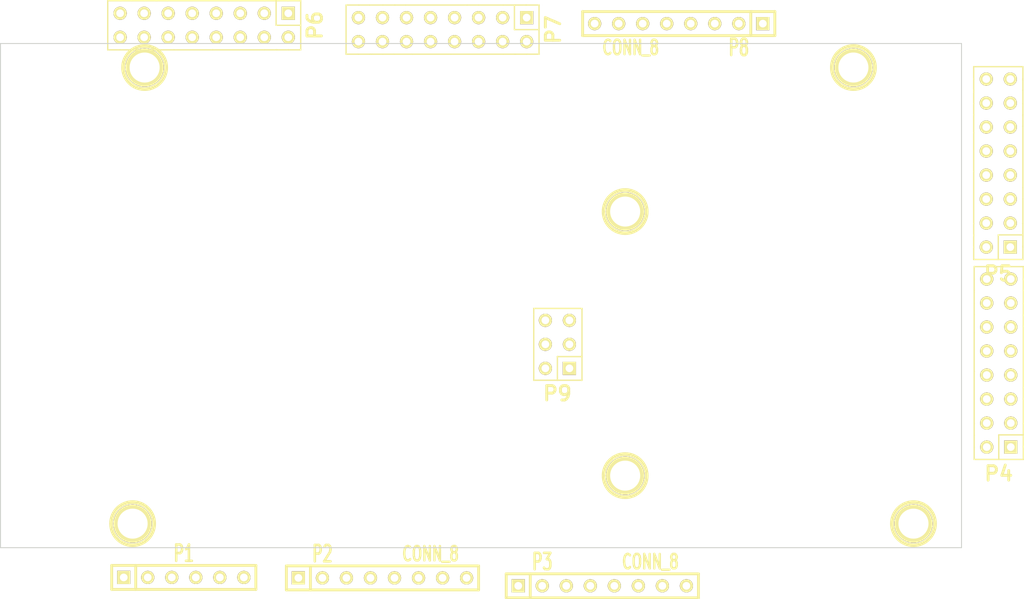
<source format=kicad_pcb>
(kicad_pcb (version 3) (host pcbnew "(2013-06-11 BZR 4021)-stable")

  (general
    (links 0)
    (no_connects 0)
    (area 180.010599 165.507199 281.710601 216.407201)
    (thickness 1.6)
    (drawings 4)
    (tracks 0)
    (zones 0)
    (modules 15)
    (nets 1)
  )

  (page A3)
  (layers
    (15 F.Cu signal)
    (0 B.Cu signal)
    (16 B.Adhes user)
    (17 F.Adhes user)
    (18 B.Paste user)
    (19 F.Paste user)
    (20 B.SilkS user)
    (21 F.SilkS user)
    (22 B.Mask user)
    (23 F.Mask user)
    (24 Dwgs.User user)
    (25 Cmts.User user)
    (26 Eco1.User user)
    (27 Eco2.User user)
    (28 Edge.Cuts user)
  )

  (setup
    (last_trace_width 0.254)
    (trace_clearance 0.254)
    (zone_clearance 0.508)
    (zone_45_only no)
    (trace_min 0.254)
    (segment_width 0.2)
    (edge_width 0.1)
    (via_size 0.889)
    (via_drill 0.635)
    (via_min_size 0.889)
    (via_min_drill 0.508)
    (uvia_size 0.508)
    (uvia_drill 0.127)
    (uvias_allowed no)
    (uvia_min_size 0.508)
    (uvia_min_drill 0.127)
    (pcb_text_width 0.3)
    (pcb_text_size 1.5 1.5)
    (mod_edge_width 0.15)
    (mod_text_size 1 1)
    (mod_text_width 0.15)
    (pad_size 4.064 4.064)
    (pad_drill 3.175)
    (pad_to_mask_clearance 0)
    (aux_axis_origin 0 0)
    (visible_elements FFFFFFBF)
    (pcbplotparams
      (layerselection 3178497)
      (usegerberextensions true)
      (excludeedgelayer true)
      (linewidth 0.150000)
      (plotframeref false)
      (viasonmask false)
      (mode 1)
      (useauxorigin false)
      (hpglpennumber 1)
      (hpglpenspeed 20)
      (hpglpendiameter 15)
      (hpglpenoverlay 2)
      (psnegative false)
      (psa4output false)
      (plotreference true)
      (plotvalue true)
      (plotothertext true)
      (plotinvisibletext false)
      (padsonsilk false)
      (subtractmaskfromsilk false)
      (outputformat 1)
      (mirror false)
      (drillshape 1)
      (scaleselection 1)
      (outputdirectory ""))
  )

  (net 0 "")

  (net_class Default "This is the default net class."
    (clearance 0.254)
    (trace_width 0.254)
    (via_dia 0.889)
    (via_drill 0.635)
    (uvia_dia 0.508)
    (uvia_drill 0.127)
    (add_net "")
  )

  (module SIL-8 (layer F.Cu) (tedit 200000) (tstamp 530867C5)
    (at 220.4466 219.5576)
    (descr "Connecteur 8 pins")
    (tags "CONN DEV")
    (path /5308434B)
    (fp_text reference P2 (at -6.35 -2.54) (layer F.SilkS)
      (effects (font (size 1.72974 1.08712) (thickness 0.3048)))
    )
    (fp_text value CONN_8 (at 5.08 -2.54) (layer F.SilkS)
      (effects (font (size 1.524 1.016) (thickness 0.3048)))
    )
    (fp_line (start -10.16 -1.27) (end 10.16 -1.27) (layer F.SilkS) (width 0.3048))
    (fp_line (start 10.16 -1.27) (end 10.16 1.27) (layer F.SilkS) (width 0.3048))
    (fp_line (start 10.16 1.27) (end -10.16 1.27) (layer F.SilkS) (width 0.3048))
    (fp_line (start -10.16 1.27) (end -10.16 -1.27) (layer F.SilkS) (width 0.3048))
    (fp_line (start -7.62 1.27) (end -7.62 -1.27) (layer F.SilkS) (width 0.3048))
    (pad 1 thru_hole rect (at -8.89 0) (size 1.397 1.397) (drill 0.8128)
      (layers *.Cu *.Mask F.SilkS)
    )
    (pad 2 thru_hole circle (at -6.35 0) (size 1.397 1.397) (drill 0.8128)
      (layers *.Cu *.Mask F.SilkS)
    )
    (pad 3 thru_hole circle (at -3.81 0) (size 1.397 1.397) (drill 0.8128)
      (layers *.Cu *.Mask F.SilkS)
    )
    (pad 4 thru_hole circle (at -1.27 0) (size 1.397 1.397) (drill 0.8128)
      (layers *.Cu *.Mask F.SilkS)
    )
    (pad 5 thru_hole circle (at 1.27 0) (size 1.397 1.397) (drill 0.8128)
      (layers *.Cu *.Mask F.SilkS)
    )
    (pad 6 thru_hole circle (at 3.81 0) (size 1.397 1.397) (drill 0.8128)
      (layers *.Cu *.Mask F.SilkS)
    )
    (pad 7 thru_hole circle (at 6.35 0) (size 1.397 1.397) (drill 0.8128)
      (layers *.Cu *.Mask F.SilkS)
    )
    (pad 8 thru_hole circle (at 8.89 0) (size 1.397 1.397) (drill 0.8128)
      (layers *.Cu *.Mask F.SilkS)
    )
  )

  (module SIL-8 (layer F.Cu) (tedit 200000) (tstamp 530867D6)
    (at 243.6876 220.3958)
    (descr "Connecteur 8 pins")
    (tags "CONN DEV")
    (path /5308435A)
    (fp_text reference P3 (at -6.35 -2.54) (layer F.SilkS)
      (effects (font (size 1.72974 1.08712) (thickness 0.3048)))
    )
    (fp_text value CONN_8 (at 5.08 -2.54) (layer F.SilkS)
      (effects (font (size 1.524 1.016) (thickness 0.3048)))
    )
    (fp_line (start -10.16 -1.27) (end 10.16 -1.27) (layer F.SilkS) (width 0.3048))
    (fp_line (start 10.16 -1.27) (end 10.16 1.27) (layer F.SilkS) (width 0.3048))
    (fp_line (start 10.16 1.27) (end -10.16 1.27) (layer F.SilkS) (width 0.3048))
    (fp_line (start -10.16 1.27) (end -10.16 -1.27) (layer F.SilkS) (width 0.3048))
    (fp_line (start -7.62 1.27) (end -7.62 -1.27) (layer F.SilkS) (width 0.3048))
    (pad 1 thru_hole rect (at -8.89 0) (size 1.397 1.397) (drill 0.8128)
      (layers *.Cu *.Mask F.SilkS)
    )
    (pad 2 thru_hole circle (at -6.35 0) (size 1.397 1.397) (drill 0.8128)
      (layers *.Cu *.Mask F.SilkS)
    )
    (pad 3 thru_hole circle (at -3.81 0) (size 1.397 1.397) (drill 0.8128)
      (layers *.Cu *.Mask F.SilkS)
    )
    (pad 4 thru_hole circle (at -1.27 0) (size 1.397 1.397) (drill 0.8128)
      (layers *.Cu *.Mask F.SilkS)
    )
    (pad 5 thru_hole circle (at 1.27 0) (size 1.397 1.397) (drill 0.8128)
      (layers *.Cu *.Mask F.SilkS)
    )
    (pad 6 thru_hole circle (at 3.81 0) (size 1.397 1.397) (drill 0.8128)
      (layers *.Cu *.Mask F.SilkS)
    )
    (pad 7 thru_hole circle (at 6.35 0) (size 1.397 1.397) (drill 0.8128)
      (layers *.Cu *.Mask F.SilkS)
    )
    (pad 8 thru_hole circle (at 8.89 0) (size 1.397 1.397) (drill 0.8128)
      (layers *.Cu *.Mask F.SilkS)
    )
  )

  (module SIL-8 (layer F.Cu) (tedit 200000) (tstamp 530867E7)
    (at 251.7648 160.909 180)
    (descr "Connecteur 8 pins")
    (tags "CONN DEV")
    (path /53084379)
    (fp_text reference P8 (at -6.35 -2.54 180) (layer F.SilkS)
      (effects (font (size 1.72974 1.08712) (thickness 0.3048)))
    )
    (fp_text value CONN_8 (at 5.08 -2.54 180) (layer F.SilkS)
      (effects (font (size 1.524 1.016) (thickness 0.3048)))
    )
    (fp_line (start -10.16 -1.27) (end 10.16 -1.27) (layer F.SilkS) (width 0.3048))
    (fp_line (start 10.16 -1.27) (end 10.16 1.27) (layer F.SilkS) (width 0.3048))
    (fp_line (start 10.16 1.27) (end -10.16 1.27) (layer F.SilkS) (width 0.3048))
    (fp_line (start -10.16 1.27) (end -10.16 -1.27) (layer F.SilkS) (width 0.3048))
    (fp_line (start -7.62 1.27) (end -7.62 -1.27) (layer F.SilkS) (width 0.3048))
    (pad 1 thru_hole rect (at -8.89 0 180) (size 1.397 1.397) (drill 0.8128)
      (layers *.Cu *.Mask F.SilkS)
    )
    (pad 2 thru_hole circle (at -6.35 0 180) (size 1.397 1.397) (drill 0.8128)
      (layers *.Cu *.Mask F.SilkS)
    )
    (pad 3 thru_hole circle (at -3.81 0 180) (size 1.397 1.397) (drill 0.8128)
      (layers *.Cu *.Mask F.SilkS)
    )
    (pad 4 thru_hole circle (at -1.27 0 180) (size 1.397 1.397) (drill 0.8128)
      (layers *.Cu *.Mask F.SilkS)
    )
    (pad 5 thru_hole circle (at 1.27 0 180) (size 1.397 1.397) (drill 0.8128)
      (layers *.Cu *.Mask F.SilkS)
    )
    (pad 6 thru_hole circle (at 3.81 0 180) (size 1.397 1.397) (drill 0.8128)
      (layers *.Cu *.Mask F.SilkS)
    )
    (pad 7 thru_hole circle (at 6.35 0 180) (size 1.397 1.397) (drill 0.8128)
      (layers *.Cu *.Mask F.SilkS)
    )
    (pad 8 thru_hole circle (at 8.89 0 180) (size 1.397 1.397) (drill 0.8128)
      (layers *.Cu *.Mask F.SilkS)
    )
  )

  (module SIL-6 (layer F.Cu) (tedit 200000) (tstamp 530867F6)
    (at 199.4408 219.5068)
    (descr "Connecteur 6 pins")
    (tags "CONN DEV")
    (path /5308433C)
    (fp_text reference P1 (at 0 -2.54) (layer F.SilkS)
      (effects (font (size 1.72974 1.08712) (thickness 0.3048)))
    )
    (fp_text value CONN_6 (at 0 -2.54) (layer F.SilkS) hide
      (effects (font (size 1.524 1.016) (thickness 0.3048)))
    )
    (fp_line (start -7.62 1.27) (end -7.62 -1.27) (layer F.SilkS) (width 0.3048))
    (fp_line (start -7.62 -1.27) (end 7.62 -1.27) (layer F.SilkS) (width 0.3048))
    (fp_line (start 7.62 -1.27) (end 7.62 1.27) (layer F.SilkS) (width 0.3048))
    (fp_line (start 7.62 1.27) (end -7.62 1.27) (layer F.SilkS) (width 0.3048))
    (fp_line (start -5.08 1.27) (end -5.08 -1.27) (layer F.SilkS) (width 0.3048))
    (pad 1 thru_hole rect (at -6.35 0) (size 1.397 1.397) (drill 0.8128)
      (layers *.Cu *.Mask F.SilkS)
    )
    (pad 2 thru_hole circle (at -3.81 0) (size 1.397 1.397) (drill 0.8128)
      (layers *.Cu *.Mask F.SilkS)
    )
    (pad 3 thru_hole circle (at -1.27 0) (size 1.397 1.397) (drill 0.8128)
      (layers *.Cu *.Mask F.SilkS)
    )
    (pad 4 thru_hole circle (at 1.27 0) (size 1.397 1.397) (drill 0.8128)
      (layers *.Cu *.Mask F.SilkS)
    )
    (pad 5 thru_hole circle (at 3.81 0) (size 1.397 1.397) (drill 0.8128)
      (layers *.Cu *.Mask F.SilkS)
    )
    (pad 6 thru_hole circle (at 6.35 0) (size 1.397 1.397) (drill 0.8128)
      (layers *.Cu *.Mask F.SilkS)
    )
  )

  (module CONN_2x8 (layer F.Cu) (tedit 5214D4AF) (tstamp 53086829)
    (at 226.7966 161.544 90)
    (path /53084388)
    (fp_text reference P7 (at 0 11.7 90) (layer F.SilkS)
      (effects (font (size 1.524 1.524) (thickness 0.3048)))
    )
    (fp_text value CONN_8X2 (at 0 -11.3 90) (layer F.SilkS) hide
      (effects (font (size 1.524 1.524) (thickness 0.3048)))
    )
    (fp_line (start 0 7.6) (end 0 10.2) (layer F.SilkS) (width 0.15))
    (fp_line (start 0 7.6) (end 2.6 7.6) (layer F.SilkS) (width 0.15))
    (fp_line (start -2.6 8.9) (end -2.6 10.1) (layer F.SilkS) (width 0.15))
    (fp_line (start -2.6 10.1) (end -2.6 10.2) (layer F.SilkS) (width 0.15))
    (fp_line (start -2.6 10.2) (end 2.6 10.2) (layer F.SilkS) (width 0.15))
    (fp_line (start 2.6 10.2) (end 2.6 8.9) (layer F.SilkS) (width 0.15))
    (fp_line (start 2.6 -8.9) (end 2.6 -10.2) (layer F.SilkS) (width 0.15))
    (fp_line (start 2.6 -10.2) (end -2.6 -10.2) (layer F.SilkS) (width 0.15))
    (fp_line (start -2.6 -10.2) (end -2.6 -8.9) (layer F.SilkS) (width 0.15))
    (fp_line (start 2.6 7.7) (end 2.6 8.8) (layer F.SilkS) (width 0.15))
    (fp_line (start 2.6 8.8) (end 2.6 8.9) (layer F.SilkS) (width 0.15))
    (fp_line (start -2.6 8.9) (end -2.6 7.7) (layer F.SilkS) (width 0.15))
    (fp_line (start 2.6 -7.7) (end 2.6 -8.8) (layer F.SilkS) (width 0.15))
    (fp_line (start 2.6 -8.8) (end 2.6 -8.9) (layer F.SilkS) (width 0.15))
    (fp_line (start -2.6 -8.9) (end -2.6 -7.7) (layer F.SilkS) (width 0.15))
    (fp_line (start -2.6 6.4) (end -2.6 7.6) (layer F.SilkS) (width 0.15))
    (fp_line (start -2.6 7.6) (end -2.6 7.7) (layer F.SilkS) (width 0.15))
    (fp_line (start 2.6 7.7) (end 2.6 6.4) (layer F.SilkS) (width 0.15))
    (fp_line (start -2.6 -6.3) (end -2.6 -7.5) (layer F.SilkS) (width 0.15))
    (fp_line (start -2.6 -7.5) (end -2.6 -7.7) (layer F.SilkS) (width 0.15))
    (fp_line (start 2.6 -7.7) (end 2.6 -6.3) (layer F.SilkS) (width 0.15))
    (fp_line (start 2.6 6.4) (end 2.6 3.8) (layer F.SilkS) (width 0.15))
    (fp_line (start -2.6 6.4) (end -2.6 0.9) (layer F.SilkS) (width 0.15))
    (fp_line (start 2.6 2.6) (end 2.6 3.8) (layer F.SilkS) (width 0.15))
    (fp_line (start -2.6 -5.1) (end -2.6 -6.3) (layer F.SilkS) (width 0.15))
    (fp_line (start 2.6 -6.3) (end 2.6 -5.1) (layer F.SilkS) (width 0.15))
    (fp_line (start 2.6 2.6) (end 2.6 -3.9) (layer F.SilkS) (width 0.15))
    (fp_line (start 2.6 -3.9) (end 2.6 -5) (layer F.SilkS) (width 0.15))
    (fp_line (start 2.6 -5) (end 2.6 -5.1) (layer F.SilkS) (width 0.15))
    (fp_line (start -2.6 -5.1) (end -2.6 -3.2) (layer F.SilkS) (width 0.15))
    (fp_line (start -2.6 0.9) (end -2.6 -3.2) (layer F.SilkS) (width 0.15))
    (pad 1 thru_hole rect (at 1.27 8.89 90) (size 1.397 1.397) (drill 0.8128)
      (layers *.Cu *.Mask F.SilkS)
    )
    (pad 2 thru_hole circle (at -1.27 8.89 90) (size 1.397 1.397) (drill 0.8128)
      (layers *.Cu *.Mask F.SilkS)
    )
    (pad 3 thru_hole circle (at 1.27 6.35 90) (size 1.397 1.397) (drill 0.8128)
      (layers *.Cu *.Mask F.SilkS)
    )
    (pad 4 thru_hole circle (at -1.27 6.35 90) (size 1.397 1.397) (drill 0.8128)
      (layers *.Cu *.Mask F.SilkS)
    )
    (pad 5 thru_hole circle (at 1.27 3.81 90) (size 1.397 1.397) (drill 0.8128)
      (layers *.Cu *.Mask F.SilkS)
    )
    (pad 6 thru_hole circle (at -1.27 3.81 90) (size 1.397 1.397) (drill 0.8128)
      (layers *.Cu *.Mask F.SilkS)
    )
    (pad 7 thru_hole circle (at 1.27 1.27 90) (size 1.397 1.397) (drill 0.8128)
      (layers *.Cu *.Mask F.SilkS)
    )
    (pad 8 thru_hole circle (at -1.27 1.27 90) (size 1.397 1.397) (drill 0.8128)
      (layers *.Cu *.Mask F.SilkS)
    )
    (pad 9 thru_hole circle (at 1.27 -1.27 90) (size 1.397 1.397) (drill 0.8128)
      (layers *.Cu *.Mask F.SilkS)
    )
    (pad 10 thru_hole circle (at -1.27 -1.27 90) (size 1.397 1.397) (drill 0.8128)
      (layers *.Cu *.Mask F.SilkS)
    )
    (pad 11 thru_hole circle (at 1.27 -3.81 90) (size 1.397 1.397) (drill 0.8128)
      (layers *.Cu *.Mask F.SilkS)
    )
    (pad 12 thru_hole circle (at -1.27 -3.81 90) (size 1.397 1.397) (drill 0.8128)
      (layers *.Cu *.Mask F.SilkS)
    )
    (pad 13 thru_hole circle (at 1.27 -6.35 90) (size 1.397 1.397) (drill 0.8128)
      (layers *.Cu *.Mask F.SilkS)
    )
    (pad 14 thru_hole circle (at -1.27 -6.35 90) (size 1.397 1.397) (drill 0.8128)
      (layers *.Cu *.Mask F.SilkS)
    )
    (pad 15 thru_hole circle (at 1.27 -8.89 90) (size 1.397 1.397) (drill 0.8128)
      (layers *.Cu *.Mask F.SilkS)
    )
    (pad 16 thru_hole circle (at -1.27 -8.89 90) (size 1.397 1.397) (drill 0.8128)
      (layers *.Cu *.Mask F.SilkS)
    )
  )

  (module CONN_2x8 (layer F.Cu) (tedit 5214D4AF) (tstamp 5308685C)
    (at 201.5998 161.0868 90)
    (path /53084397)
    (fp_text reference P6 (at 0 11.7 90) (layer F.SilkS)
      (effects (font (size 1.524 1.524) (thickness 0.3048)))
    )
    (fp_text value CONN_8X2 (at 0 -11.3 90) (layer F.SilkS) hide
      (effects (font (size 1.524 1.524) (thickness 0.3048)))
    )
    (fp_line (start 0 7.6) (end 0 10.2) (layer F.SilkS) (width 0.15))
    (fp_line (start 0 7.6) (end 2.6 7.6) (layer F.SilkS) (width 0.15))
    (fp_line (start -2.6 8.9) (end -2.6 10.1) (layer F.SilkS) (width 0.15))
    (fp_line (start -2.6 10.1) (end -2.6 10.2) (layer F.SilkS) (width 0.15))
    (fp_line (start -2.6 10.2) (end 2.6 10.2) (layer F.SilkS) (width 0.15))
    (fp_line (start 2.6 10.2) (end 2.6 8.9) (layer F.SilkS) (width 0.15))
    (fp_line (start 2.6 -8.9) (end 2.6 -10.2) (layer F.SilkS) (width 0.15))
    (fp_line (start 2.6 -10.2) (end -2.6 -10.2) (layer F.SilkS) (width 0.15))
    (fp_line (start -2.6 -10.2) (end -2.6 -8.9) (layer F.SilkS) (width 0.15))
    (fp_line (start 2.6 7.7) (end 2.6 8.8) (layer F.SilkS) (width 0.15))
    (fp_line (start 2.6 8.8) (end 2.6 8.9) (layer F.SilkS) (width 0.15))
    (fp_line (start -2.6 8.9) (end -2.6 7.7) (layer F.SilkS) (width 0.15))
    (fp_line (start 2.6 -7.7) (end 2.6 -8.8) (layer F.SilkS) (width 0.15))
    (fp_line (start 2.6 -8.8) (end 2.6 -8.9) (layer F.SilkS) (width 0.15))
    (fp_line (start -2.6 -8.9) (end -2.6 -7.7) (layer F.SilkS) (width 0.15))
    (fp_line (start -2.6 6.4) (end -2.6 7.6) (layer F.SilkS) (width 0.15))
    (fp_line (start -2.6 7.6) (end -2.6 7.7) (layer F.SilkS) (width 0.15))
    (fp_line (start 2.6 7.7) (end 2.6 6.4) (layer F.SilkS) (width 0.15))
    (fp_line (start -2.6 -6.3) (end -2.6 -7.5) (layer F.SilkS) (width 0.15))
    (fp_line (start -2.6 -7.5) (end -2.6 -7.7) (layer F.SilkS) (width 0.15))
    (fp_line (start 2.6 -7.7) (end 2.6 -6.3) (layer F.SilkS) (width 0.15))
    (fp_line (start 2.6 6.4) (end 2.6 3.8) (layer F.SilkS) (width 0.15))
    (fp_line (start -2.6 6.4) (end -2.6 0.9) (layer F.SilkS) (width 0.15))
    (fp_line (start 2.6 2.6) (end 2.6 3.8) (layer F.SilkS) (width 0.15))
    (fp_line (start -2.6 -5.1) (end -2.6 -6.3) (layer F.SilkS) (width 0.15))
    (fp_line (start 2.6 -6.3) (end 2.6 -5.1) (layer F.SilkS) (width 0.15))
    (fp_line (start 2.6 2.6) (end 2.6 -3.9) (layer F.SilkS) (width 0.15))
    (fp_line (start 2.6 -3.9) (end 2.6 -5) (layer F.SilkS) (width 0.15))
    (fp_line (start 2.6 -5) (end 2.6 -5.1) (layer F.SilkS) (width 0.15))
    (fp_line (start -2.6 -5.1) (end -2.6 -3.2) (layer F.SilkS) (width 0.15))
    (fp_line (start -2.6 0.9) (end -2.6 -3.2) (layer F.SilkS) (width 0.15))
    (pad 1 thru_hole rect (at 1.27 8.89 90) (size 1.397 1.397) (drill 0.8128)
      (layers *.Cu *.Mask F.SilkS)
    )
    (pad 2 thru_hole circle (at -1.27 8.89 90) (size 1.397 1.397) (drill 0.8128)
      (layers *.Cu *.Mask F.SilkS)
    )
    (pad 3 thru_hole circle (at 1.27 6.35 90) (size 1.397 1.397) (drill 0.8128)
      (layers *.Cu *.Mask F.SilkS)
    )
    (pad 4 thru_hole circle (at -1.27 6.35 90) (size 1.397 1.397) (drill 0.8128)
      (layers *.Cu *.Mask F.SilkS)
    )
    (pad 5 thru_hole circle (at 1.27 3.81 90) (size 1.397 1.397) (drill 0.8128)
      (layers *.Cu *.Mask F.SilkS)
    )
    (pad 6 thru_hole circle (at -1.27 3.81 90) (size 1.397 1.397) (drill 0.8128)
      (layers *.Cu *.Mask F.SilkS)
    )
    (pad 7 thru_hole circle (at 1.27 1.27 90) (size 1.397 1.397) (drill 0.8128)
      (layers *.Cu *.Mask F.SilkS)
    )
    (pad 8 thru_hole circle (at -1.27 1.27 90) (size 1.397 1.397) (drill 0.8128)
      (layers *.Cu *.Mask F.SilkS)
    )
    (pad 9 thru_hole circle (at 1.27 -1.27 90) (size 1.397 1.397) (drill 0.8128)
      (layers *.Cu *.Mask F.SilkS)
    )
    (pad 10 thru_hole circle (at -1.27 -1.27 90) (size 1.397 1.397) (drill 0.8128)
      (layers *.Cu *.Mask F.SilkS)
    )
    (pad 11 thru_hole circle (at 1.27 -3.81 90) (size 1.397 1.397) (drill 0.8128)
      (layers *.Cu *.Mask F.SilkS)
    )
    (pad 12 thru_hole circle (at -1.27 -3.81 90) (size 1.397 1.397) (drill 0.8128)
      (layers *.Cu *.Mask F.SilkS)
    )
    (pad 13 thru_hole circle (at 1.27 -6.35 90) (size 1.397 1.397) (drill 0.8128)
      (layers *.Cu *.Mask F.SilkS)
    )
    (pad 14 thru_hole circle (at -1.27 -6.35 90) (size 1.397 1.397) (drill 0.8128)
      (layers *.Cu *.Mask F.SilkS)
    )
    (pad 15 thru_hole circle (at 1.27 -8.89 90) (size 1.397 1.397) (drill 0.8128)
      (layers *.Cu *.Mask F.SilkS)
    )
    (pad 16 thru_hole circle (at -1.27 -8.89 90) (size 1.397 1.397) (drill 0.8128)
      (layers *.Cu *.Mask F.SilkS)
    )
  )

  (module CONN_2x8 (layer F.Cu) (tedit 5214D4AF) (tstamp 5308688F)
    (at 285.5976 196.8246)
    (path /53084985)
    (fp_text reference P4 (at 0 11.7) (layer F.SilkS)
      (effects (font (size 1.524 1.524) (thickness 0.3048)))
    )
    (fp_text value CONN_8X2 (at 0 -11.3) (layer F.SilkS) hide
      (effects (font (size 1.524 1.524) (thickness 0.3048)))
    )
    (fp_line (start 0 7.6) (end 0 10.2) (layer F.SilkS) (width 0.15))
    (fp_line (start 0 7.6) (end 2.6 7.6) (layer F.SilkS) (width 0.15))
    (fp_line (start -2.6 8.9) (end -2.6 10.1) (layer F.SilkS) (width 0.15))
    (fp_line (start -2.6 10.1) (end -2.6 10.2) (layer F.SilkS) (width 0.15))
    (fp_line (start -2.6 10.2) (end 2.6 10.2) (layer F.SilkS) (width 0.15))
    (fp_line (start 2.6 10.2) (end 2.6 8.9) (layer F.SilkS) (width 0.15))
    (fp_line (start 2.6 -8.9) (end 2.6 -10.2) (layer F.SilkS) (width 0.15))
    (fp_line (start 2.6 -10.2) (end -2.6 -10.2) (layer F.SilkS) (width 0.15))
    (fp_line (start -2.6 -10.2) (end -2.6 -8.9) (layer F.SilkS) (width 0.15))
    (fp_line (start 2.6 7.7) (end 2.6 8.8) (layer F.SilkS) (width 0.15))
    (fp_line (start 2.6 8.8) (end 2.6 8.9) (layer F.SilkS) (width 0.15))
    (fp_line (start -2.6 8.9) (end -2.6 7.7) (layer F.SilkS) (width 0.15))
    (fp_line (start 2.6 -7.7) (end 2.6 -8.8) (layer F.SilkS) (width 0.15))
    (fp_line (start 2.6 -8.8) (end 2.6 -8.9) (layer F.SilkS) (width 0.15))
    (fp_line (start -2.6 -8.9) (end -2.6 -7.7) (layer F.SilkS) (width 0.15))
    (fp_line (start -2.6 6.4) (end -2.6 7.6) (layer F.SilkS) (width 0.15))
    (fp_line (start -2.6 7.6) (end -2.6 7.7) (layer F.SilkS) (width 0.15))
    (fp_line (start 2.6 7.7) (end 2.6 6.4) (layer F.SilkS) (width 0.15))
    (fp_line (start -2.6 -6.3) (end -2.6 -7.5) (layer F.SilkS) (width 0.15))
    (fp_line (start -2.6 -7.5) (end -2.6 -7.7) (layer F.SilkS) (width 0.15))
    (fp_line (start 2.6 -7.7) (end 2.6 -6.3) (layer F.SilkS) (width 0.15))
    (fp_line (start 2.6 6.4) (end 2.6 3.8) (layer F.SilkS) (width 0.15))
    (fp_line (start -2.6 6.4) (end -2.6 0.9) (layer F.SilkS) (width 0.15))
    (fp_line (start 2.6 2.6) (end 2.6 3.8) (layer F.SilkS) (width 0.15))
    (fp_line (start -2.6 -5.1) (end -2.6 -6.3) (layer F.SilkS) (width 0.15))
    (fp_line (start 2.6 -6.3) (end 2.6 -5.1) (layer F.SilkS) (width 0.15))
    (fp_line (start 2.6 2.6) (end 2.6 -3.9) (layer F.SilkS) (width 0.15))
    (fp_line (start 2.6 -3.9) (end 2.6 -5) (layer F.SilkS) (width 0.15))
    (fp_line (start 2.6 -5) (end 2.6 -5.1) (layer F.SilkS) (width 0.15))
    (fp_line (start -2.6 -5.1) (end -2.6 -3.2) (layer F.SilkS) (width 0.15))
    (fp_line (start -2.6 0.9) (end -2.6 -3.2) (layer F.SilkS) (width 0.15))
    (pad 1 thru_hole rect (at 1.27 8.89) (size 1.397 1.397) (drill 0.8128)
      (layers *.Cu *.Mask F.SilkS)
    )
    (pad 2 thru_hole circle (at -1.27 8.89) (size 1.397 1.397) (drill 0.8128)
      (layers *.Cu *.Mask F.SilkS)
    )
    (pad 3 thru_hole circle (at 1.27 6.35) (size 1.397 1.397) (drill 0.8128)
      (layers *.Cu *.Mask F.SilkS)
    )
    (pad 4 thru_hole circle (at -1.27 6.35) (size 1.397 1.397) (drill 0.8128)
      (layers *.Cu *.Mask F.SilkS)
    )
    (pad 5 thru_hole circle (at 1.27 3.81) (size 1.397 1.397) (drill 0.8128)
      (layers *.Cu *.Mask F.SilkS)
    )
    (pad 6 thru_hole circle (at -1.27 3.81) (size 1.397 1.397) (drill 0.8128)
      (layers *.Cu *.Mask F.SilkS)
    )
    (pad 7 thru_hole circle (at 1.27 1.27) (size 1.397 1.397) (drill 0.8128)
      (layers *.Cu *.Mask F.SilkS)
    )
    (pad 8 thru_hole circle (at -1.27 1.27) (size 1.397 1.397) (drill 0.8128)
      (layers *.Cu *.Mask F.SilkS)
    )
    (pad 9 thru_hole circle (at 1.27 -1.27) (size 1.397 1.397) (drill 0.8128)
      (layers *.Cu *.Mask F.SilkS)
    )
    (pad 10 thru_hole circle (at -1.27 -1.27) (size 1.397 1.397) (drill 0.8128)
      (layers *.Cu *.Mask F.SilkS)
    )
    (pad 11 thru_hole circle (at 1.27 -3.81) (size 1.397 1.397) (drill 0.8128)
      (layers *.Cu *.Mask F.SilkS)
    )
    (pad 12 thru_hole circle (at -1.27 -3.81) (size 1.397 1.397) (drill 0.8128)
      (layers *.Cu *.Mask F.SilkS)
    )
    (pad 13 thru_hole circle (at 1.27 -6.35) (size 1.397 1.397) (drill 0.8128)
      (layers *.Cu *.Mask F.SilkS)
    )
    (pad 14 thru_hole circle (at -1.27 -6.35) (size 1.397 1.397) (drill 0.8128)
      (layers *.Cu *.Mask F.SilkS)
    )
    (pad 15 thru_hole circle (at 1.27 -8.89) (size 1.397 1.397) (drill 0.8128)
      (layers *.Cu *.Mask F.SilkS)
    )
    (pad 16 thru_hole circle (at -1.27 -8.89) (size 1.397 1.397) (drill 0.8128)
      (layers *.Cu *.Mask F.SilkS)
    )
  )

  (module CONN_2x8 (layer F.Cu) (tedit 5214D4AF) (tstamp 530868C2)
    (at 285.5468 175.6664)
    (path /53084994)
    (fp_text reference P5 (at 0 11.7) (layer F.SilkS)
      (effects (font (size 1.524 1.524) (thickness 0.3048)))
    )
    (fp_text value CONN_8X2 (at 0 -11.3) (layer F.SilkS) hide
      (effects (font (size 1.524 1.524) (thickness 0.3048)))
    )
    (fp_line (start 0 7.6) (end 0 10.2) (layer F.SilkS) (width 0.15))
    (fp_line (start 0 7.6) (end 2.6 7.6) (layer F.SilkS) (width 0.15))
    (fp_line (start -2.6 8.9) (end -2.6 10.1) (layer F.SilkS) (width 0.15))
    (fp_line (start -2.6 10.1) (end -2.6 10.2) (layer F.SilkS) (width 0.15))
    (fp_line (start -2.6 10.2) (end 2.6 10.2) (layer F.SilkS) (width 0.15))
    (fp_line (start 2.6 10.2) (end 2.6 8.9) (layer F.SilkS) (width 0.15))
    (fp_line (start 2.6 -8.9) (end 2.6 -10.2) (layer F.SilkS) (width 0.15))
    (fp_line (start 2.6 -10.2) (end -2.6 -10.2) (layer F.SilkS) (width 0.15))
    (fp_line (start -2.6 -10.2) (end -2.6 -8.9) (layer F.SilkS) (width 0.15))
    (fp_line (start 2.6 7.7) (end 2.6 8.8) (layer F.SilkS) (width 0.15))
    (fp_line (start 2.6 8.8) (end 2.6 8.9) (layer F.SilkS) (width 0.15))
    (fp_line (start -2.6 8.9) (end -2.6 7.7) (layer F.SilkS) (width 0.15))
    (fp_line (start 2.6 -7.7) (end 2.6 -8.8) (layer F.SilkS) (width 0.15))
    (fp_line (start 2.6 -8.8) (end 2.6 -8.9) (layer F.SilkS) (width 0.15))
    (fp_line (start -2.6 -8.9) (end -2.6 -7.7) (layer F.SilkS) (width 0.15))
    (fp_line (start -2.6 6.4) (end -2.6 7.6) (layer F.SilkS) (width 0.15))
    (fp_line (start -2.6 7.6) (end -2.6 7.7) (layer F.SilkS) (width 0.15))
    (fp_line (start 2.6 7.7) (end 2.6 6.4) (layer F.SilkS) (width 0.15))
    (fp_line (start -2.6 -6.3) (end -2.6 -7.5) (layer F.SilkS) (width 0.15))
    (fp_line (start -2.6 -7.5) (end -2.6 -7.7) (layer F.SilkS) (width 0.15))
    (fp_line (start 2.6 -7.7) (end 2.6 -6.3) (layer F.SilkS) (width 0.15))
    (fp_line (start 2.6 6.4) (end 2.6 3.8) (layer F.SilkS) (width 0.15))
    (fp_line (start -2.6 6.4) (end -2.6 0.9) (layer F.SilkS) (width 0.15))
    (fp_line (start 2.6 2.6) (end 2.6 3.8) (layer F.SilkS) (width 0.15))
    (fp_line (start -2.6 -5.1) (end -2.6 -6.3) (layer F.SilkS) (width 0.15))
    (fp_line (start 2.6 -6.3) (end 2.6 -5.1) (layer F.SilkS) (width 0.15))
    (fp_line (start 2.6 2.6) (end 2.6 -3.9) (layer F.SilkS) (width 0.15))
    (fp_line (start 2.6 -3.9) (end 2.6 -5) (layer F.SilkS) (width 0.15))
    (fp_line (start 2.6 -5) (end 2.6 -5.1) (layer F.SilkS) (width 0.15))
    (fp_line (start -2.6 -5.1) (end -2.6 -3.2) (layer F.SilkS) (width 0.15))
    (fp_line (start -2.6 0.9) (end -2.6 -3.2) (layer F.SilkS) (width 0.15))
    (pad 1 thru_hole rect (at 1.27 8.89) (size 1.397 1.397) (drill 0.8128)
      (layers *.Cu *.Mask F.SilkS)
    )
    (pad 2 thru_hole circle (at -1.27 8.89) (size 1.397 1.397) (drill 0.8128)
      (layers *.Cu *.Mask F.SilkS)
    )
    (pad 3 thru_hole circle (at 1.27 6.35) (size 1.397 1.397) (drill 0.8128)
      (layers *.Cu *.Mask F.SilkS)
    )
    (pad 4 thru_hole circle (at -1.27 6.35) (size 1.397 1.397) (drill 0.8128)
      (layers *.Cu *.Mask F.SilkS)
    )
    (pad 5 thru_hole circle (at 1.27 3.81) (size 1.397 1.397) (drill 0.8128)
      (layers *.Cu *.Mask F.SilkS)
    )
    (pad 6 thru_hole circle (at -1.27 3.81) (size 1.397 1.397) (drill 0.8128)
      (layers *.Cu *.Mask F.SilkS)
    )
    (pad 7 thru_hole circle (at 1.27 1.27) (size 1.397 1.397) (drill 0.8128)
      (layers *.Cu *.Mask F.SilkS)
    )
    (pad 8 thru_hole circle (at -1.27 1.27) (size 1.397 1.397) (drill 0.8128)
      (layers *.Cu *.Mask F.SilkS)
    )
    (pad 9 thru_hole circle (at 1.27 -1.27) (size 1.397 1.397) (drill 0.8128)
      (layers *.Cu *.Mask F.SilkS)
    )
    (pad 10 thru_hole circle (at -1.27 -1.27) (size 1.397 1.397) (drill 0.8128)
      (layers *.Cu *.Mask F.SilkS)
    )
    (pad 11 thru_hole circle (at 1.27 -3.81) (size 1.397 1.397) (drill 0.8128)
      (layers *.Cu *.Mask F.SilkS)
    )
    (pad 12 thru_hole circle (at -1.27 -3.81) (size 1.397 1.397) (drill 0.8128)
      (layers *.Cu *.Mask F.SilkS)
    )
    (pad 13 thru_hole circle (at 1.27 -6.35) (size 1.397 1.397) (drill 0.8128)
      (layers *.Cu *.Mask F.SilkS)
    )
    (pad 14 thru_hole circle (at -1.27 -6.35) (size 1.397 1.397) (drill 0.8128)
      (layers *.Cu *.Mask F.SilkS)
    )
    (pad 15 thru_hole circle (at 1.27 -8.89) (size 1.397 1.397) (drill 0.8128)
      (layers *.Cu *.Mask F.SilkS)
    )
    (pad 16 thru_hole circle (at -1.27 -8.89) (size 1.397 1.397) (drill 0.8128)
      (layers *.Cu *.Mask F.SilkS)
    )
  )

  (module 1pin (layer F.Cu) (tedit 530848C8) (tstamp 53087FC4)
    (at 194.0306 213.8172)
    (descr "module 1 pin (ou trou mecanique de percage)")
    (tags DEV)
    (path 1pin)
    (fp_text reference 1PIN (at 0 -3.048) (layer F.SilkS) hide
      (effects (font (size 1.016 1.016) (thickness 0.254)))
    )
    (fp_text value P*** (at 0 2.794) (layer F.SilkS) hide
      (effects (font (size 1.016 1.016) (thickness 0.254)))
    )
    (fp_circle (center 0 0) (end 0 -2.286) (layer F.SilkS) (width 0.381))
    (pad "" thru_hole circle (at 0 0) (size 4.064 4.064) (drill 3.175)
      (layers *.Cu *.Mask F.SilkS)
    )
  )

  (module 1pin (layer F.Cu) (tedit 530848D7) (tstamp 53087FCF)
    (at 195.3006 165.5572)
    (descr "module 1 pin (ou trou mecanique de percage)")
    (tags DEV)
    (path 1pin)
    (fp_text reference 1PIN (at 0 -3.048) (layer F.SilkS) hide
      (effects (font (size 1.016 1.016) (thickness 0.254)))
    )
    (fp_text value P*** (at 0 2.794) (layer F.SilkS) hide
      (effects (font (size 1.016 1.016) (thickness 0.254)))
    )
    (fp_circle (center 0 0) (end 0 -2.286) (layer F.SilkS) (width 0.381))
    (pad "" thru_hole circle (at 0 0) (size 4.064 4.064) (drill 3.175)
      (layers *.Cu *.Mask F.SilkS)
    )
  )

  (module 1pin (layer F.Cu) (tedit 530848EB) (tstamp 53087FDA)
    (at 270.2306 165.5572)
    (descr "module 1 pin (ou trou mecanique de percage)")
    (tags DEV)
    (path 1pin)
    (fp_text reference 1PIN (at 0 -3.048) (layer F.SilkS) hide
      (effects (font (size 1.016 1.016) (thickness 0.254)))
    )
    (fp_text value P*** (at 0 2.794) (layer F.SilkS) hide
      (effects (font (size 1.016 1.016) (thickness 0.254)))
    )
    (fp_circle (center 0 0) (end 0 -2.286) (layer F.SilkS) (width 0.381))
    (pad "" thru_hole circle (at 0 0) (size 4.064 4.064) (drill 3.175)
      (layers *.Cu *.Mask F.SilkS)
    )
  )

  (module 1pin (layer F.Cu) (tedit 530848FF) (tstamp 53087FE5)
    (at 276.5806 213.8172)
    (descr "module 1 pin (ou trou mecanique de percage)")
    (tags DEV)
    (path 1pin)
    (fp_text reference 1PIN (at 0 -3.048) (layer F.SilkS) hide
      (effects (font (size 1.016 1.016) (thickness 0.254)))
    )
    (fp_text value P*** (at 0 2.794) (layer F.SilkS) hide
      (effects (font (size 1.016 1.016) (thickness 0.254)))
    )
    (fp_circle (center 0 0) (end 0 -2.286) (layer F.SilkS) (width 0.381))
    (pad "" thru_hole circle (at 0 0) (size 4.064 4.064) (drill 3.175)
      (layers *.Cu *.Mask F.SilkS)
    )
  )

  (module 1pin (layer F.Cu) (tedit 530848F5) (tstamp 53087FF0)
    (at 246.1006 208.7372)
    (descr "module 1 pin (ou trou mecanique de percage)")
    (tags DEV)
    (path 1pin)
    (fp_text reference 1PIN (at 0 -3.048) (layer F.SilkS) hide
      (effects (font (size 1.016 1.016) (thickness 0.254)))
    )
    (fp_text value P*** (at 0 2.794) (layer F.SilkS) hide
      (effects (font (size 1.016 1.016) (thickness 0.254)))
    )
    (fp_circle (center 0 0) (end 0 -2.286) (layer F.SilkS) (width 0.381))
    (pad "" thru_hole circle (at 0 0) (size 4.064 4.064) (drill 3.175)
      (layers *.Cu *.Mask F.SilkS)
    )
  )

  (module 1pin (layer F.Cu) (tedit 530848E1) (tstamp 53087FFB)
    (at 246.1006 180.7972)
    (descr "module 1 pin (ou trou mecanique de percage)")
    (tags DEV)
    (path 1pin)
    (fp_text reference 1PIN (at 0 -3.048) (layer F.SilkS) hide
      (effects (font (size 1.016 1.016) (thickness 0.254)))
    )
    (fp_text value P*** (at 0 2.794) (layer F.SilkS) hide
      (effects (font (size 1.016 1.016) (thickness 0.254)))
    )
    (fp_circle (center 0 0) (end 0 -2.286) (layer F.SilkS) (width 0.381))
    (pad "" thru_hole circle (at 0 0) (size 4.064 4.064) (drill 3.175)
      (layers *.Cu *.Mask F.SilkS)
    )
  )

  (module CONN_2x3 (layer F.Cu) (tedit 5214D2BA) (tstamp 53088013)
    (at 238.9378 194.8434)
    (path /530849F9)
    (fp_text reference P9 (at 0 5.2) (layer F.SilkS)
      (effects (font (size 1.524 1.524) (thickness 0.3048)))
    )
    (fp_text value CONN_3X2 (at 0 -4.9) (layer F.SilkS) hide
      (effects (font (size 1.524 1.524) (thickness 0.3048)))
    )
    (fp_line (start 2.6 1.3) (end 2.6 -3.7) (layer F.SilkS) (width 0.15))
    (fp_line (start 2.6 -3.7) (end 2.6 -3.8) (layer F.SilkS) (width 0.15))
    (fp_line (start 2.6 -3.8) (end -2.5 -3.8) (layer F.SilkS) (width 0.15))
    (fp_line (start -2.5 -3.8) (end -2.5 -3.2) (layer F.SilkS) (width 0.15))
    (fp_line (start 0 1.3) (end 0 3.8) (layer F.SilkS) (width 0.15))
    (fp_line (start 0 1.3) (end 2.6 1.3) (layer F.SilkS) (width 0.15))
    (fp_line (start 2.6 1.3) (end 2.6 3.8) (layer F.SilkS) (width 0.15))
    (fp_line (start 2.6 3.8) (end -2.5 3.8) (layer F.SilkS) (width 0.15))
    (fp_line (start -2.5 3.8) (end -2.5 -3.1) (layer F.SilkS) (width 0.15))
    (pad 1 thru_hole rect (at 1.27 2.54) (size 1.397 1.397) (drill 0.8128)
      (layers *.Cu *.Mask F.SilkS)
    )
    (pad 2 thru_hole circle (at -1.27 2.54) (size 1.397 1.397) (drill 0.8128)
      (layers *.Cu *.Mask F.SilkS)
    )
    (pad 3 thru_hole circle (at 1.27 0) (size 1.397 1.397) (drill 0.8128)
      (layers *.Cu *.Mask F.SilkS)
    )
    (pad 4 thru_hole circle (at -1.27 0) (size 1.397 1.397) (drill 0.8128)
      (layers *.Cu *.Mask F.SilkS)
    )
    (pad 5 thru_hole circle (at 1.27 -2.54) (size 1.397 1.397) (drill 0.8128)
      (layers *.Cu *.Mask F.SilkS)
    )
    (pad 6 thru_hole circle (at -1.27 -2.54) (size 1.397 1.397) (drill 0.8128)
      (layers *.Cu *.Mask F.SilkS)
    )
  )

  (gr_line (start 281.6606 163.0172) (end 281.6606 216.3572) (angle 90) (layer Edge.Cuts) (width 0.1))
  (gr_line (start 180.0606 163.0172) (end 281.6606 163.0172) (angle 90) (layer Edge.Cuts) (width 0.1))
  (gr_line (start 180.0606 216.3572) (end 180.0606 163.0172) (angle 90) (layer Edge.Cuts) (width 0.1))
  (gr_line (start 281.6606 216.3572) (end 180.0606 216.3572) (angle 90) (layer Edge.Cuts) (width 0.1))

)

</source>
